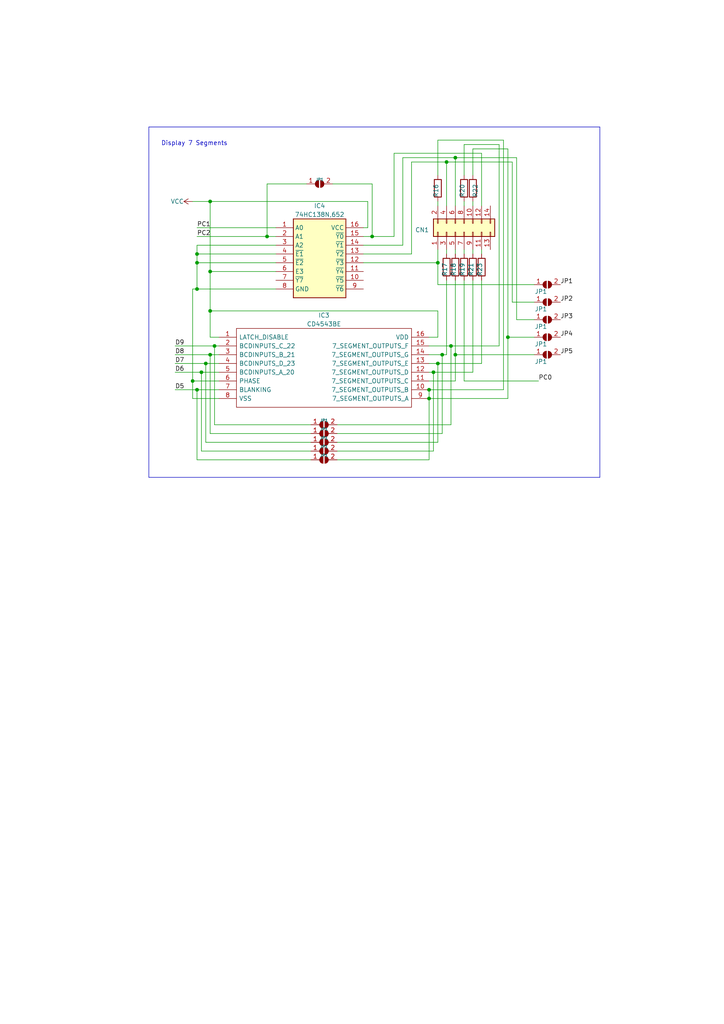
<source format=kicad_sch>
(kicad_sch (version 20230121) (generator eeschema)

  (uuid a06b10c7-9e98-4fb6-be4c-858000237ffa)

  (paper "A4" portrait)

  (lib_symbols
    (symbol "74HC138N_652:74HC138N,652" (in_bom yes) (on_board yes)
      (property "Reference" "IC" (at 21.59 7.62 0)
        (effects (font (size 1.27 1.27)) (justify left top))
      )
      (property "Value" "74HC138N,652" (at 21.59 5.08 0)
        (effects (font (size 1.27 1.27)) (justify left top))
      )
      (property "Footprint" "DIP802W53P254L1902H420Q16N" (at 21.59 -94.92 0)
        (effects (font (size 1.27 1.27)) (justify left top) hide)
      )
      (property "Datasheet" "https://datasheet.datasheetarchive.com/originals/distributors/Datasheets_SAMA/45f0946e5ab6fa7b36bfe6df441cf7d0.pdf" (at 21.59 -194.92 0)
        (effects (font (size 1.27 1.27)) (justify left top) hide)
      )
      (property "Height" "4.2" (at 21.59 -394.92 0)
        (effects (font (size 1.27 1.27)) (justify left top) hide)
      )
      (property "Manufacturer_Name" "Nexperia" (at 21.59 -494.92 0)
        (effects (font (size 1.27 1.27)) (justify left top) hide)
      )
      (property "Manufacturer_Part_Number" "74HC138N,652" (at 21.59 -594.92 0)
        (effects (font (size 1.27 1.27)) (justify left top) hide)
      )
      (property "Mouser Part Number" "771-74HC138N" (at 21.59 -694.92 0)
        (effects (font (size 1.27 1.27)) (justify left top) hide)
      )
      (property "Mouser Price/Stock" "https://www.mouser.co.uk/ProductDetail/Nexperia/74HC138N652?qs=P62ublwmbi8UrlEA7z4mYA%3D%3D" (at 21.59 -794.92 0)
        (effects (font (size 1.27 1.27)) (justify left top) hide)
      )
      (property "Arrow Part Number" "" (at 21.59 -894.92 0)
        (effects (font (size 1.27 1.27)) (justify left top) hide)
      )
      (property "Arrow Price/Stock" "" (at 21.59 -994.92 0)
        (effects (font (size 1.27 1.27)) (justify left top) hide)
      )
      (property "ki_description" "NXP 74HC138N,652, 1 Decoder & Demultiplexer, Decoder, Demultiplexer, 1-of-8, Inverting, 16-Pin PDIP" (at 0 0 0)
        (effects (font (size 1.27 1.27)) hide)
      )
      (symbol "74HC138N,652_1_1"
        (rectangle (start 5.08 2.54) (end 20.32 -20.32)
          (stroke (width 0.254) (type default))
          (fill (type background))
        )
        (pin passive line (at 0 0 0) (length 5.08)
          (name "A0" (effects (font (size 1.27 1.27))))
          (number "1" (effects (font (size 1.27 1.27))))
        )
        (pin passive line (at 25.4 -15.24 180) (length 5.08)
          (name "~{Y5}" (effects (font (size 1.27 1.27))))
          (number "10" (effects (font (size 1.27 1.27))))
        )
        (pin passive line (at 25.4 -12.7 180) (length 5.08)
          (name "~{Y4}" (effects (font (size 1.27 1.27))))
          (number "11" (effects (font (size 1.27 1.27))))
        )
        (pin passive line (at 25.4 -10.16 180) (length 5.08)
          (name "~{Y3}" (effects (font (size 1.27 1.27))))
          (number "12" (effects (font (size 1.27 1.27))))
        )
        (pin passive line (at 25.4 -7.62 180) (length 5.08)
          (name "~{Y2}" (effects (font (size 1.27 1.27))))
          (number "13" (effects (font (size 1.27 1.27))))
        )
        (pin passive line (at 25.4 -5.08 180) (length 5.08)
          (name "~{Y1}" (effects (font (size 1.27 1.27))))
          (number "14" (effects (font (size 1.27 1.27))))
        )
        (pin passive line (at 25.4 -2.54 180) (length 5.08)
          (name "~{Y0}" (effects (font (size 1.27 1.27))))
          (number "15" (effects (font (size 1.27 1.27))))
        )
        (pin passive line (at 25.4 0 180) (length 5.08)
          (name "VCC" (effects (font (size 1.27 1.27))))
          (number "16" (effects (font (size 1.27 1.27))))
        )
        (pin passive line (at 0 -2.54 0) (length 5.08)
          (name "A1" (effects (font (size 1.27 1.27))))
          (number "2" (effects (font (size 1.27 1.27))))
        )
        (pin passive line (at 0 -5.08 0) (length 5.08)
          (name "A2" (effects (font (size 1.27 1.27))))
          (number "3" (effects (font (size 1.27 1.27))))
        )
        (pin passive line (at 0 -7.62 0) (length 5.08)
          (name "~{E1}" (effects (font (size 1.27 1.27))))
          (number "4" (effects (font (size 1.27 1.27))))
        )
        (pin passive line (at 0 -10.16 0) (length 5.08)
          (name "~{E2}" (effects (font (size 1.27 1.27))))
          (number "5" (effects (font (size 1.27 1.27))))
        )
        (pin passive line (at 0 -12.7 0) (length 5.08)
          (name "E3" (effects (font (size 1.27 1.27))))
          (number "6" (effects (font (size 1.27 1.27))))
        )
        (pin passive line (at 0 -15.24 0) (length 5.08)
          (name "~{Y7}" (effects (font (size 1.27 1.27))))
          (number "7" (effects (font (size 1.27 1.27))))
        )
        (pin passive line (at 0 -17.78 0) (length 5.08)
          (name "GND" (effects (font (size 1.27 1.27))))
          (number "8" (effects (font (size 1.27 1.27))))
        )
        (pin passive line (at 25.4 -17.78 180) (length 5.08)
          (name "~{Y6}" (effects (font (size 1.27 1.27))))
          (number "9" (effects (font (size 1.27 1.27))))
        )
      )
    )
    (symbol "CD4543BE:CD4543BE" (pin_names (offset 0.762)) (in_bom yes) (on_board yes)
      (property "Reference" "IC" (at 57.15 7.62 0)
        (effects (font (size 1.27 1.27)) (justify left))
      )
      (property "Value" "CD4543BE" (at 57.15 5.08 0)
        (effects (font (size 1.27 1.27)) (justify left))
      )
      (property "Footprint" "DIP794W53P254L1930H508Q16N" (at 57.15 2.54 0)
        (effects (font (size 1.27 1.27)) (justify left) hide)
      )
      (property "Datasheet" "http://www.ti.com/lit/ds/symlink/cd4543b.pdf" (at 57.15 0 0)
        (effects (font (size 1.27 1.27)) (justify left) hide)
      )
      (property "Description" "CMOS BCD-to-Seven-Segment Latch/Decoder/Driver for Liquid-Crystal Displays" (at 57.15 -2.54 0)
        (effects (font (size 1.27 1.27)) (justify left) hide)
      )
      (property "Height" "5.08" (at 57.15 -5.08 0)
        (effects (font (size 1.27 1.27)) (justify left) hide)
      )
      (property "Manufacturer_Name" "Texas Instruments" (at 57.15 -7.62 0)
        (effects (font (size 1.27 1.27)) (justify left) hide)
      )
      (property "Manufacturer_Part_Number" "CD4543BE" (at 57.15 -10.16 0)
        (effects (font (size 1.27 1.27)) (justify left) hide)
      )
      (property "Mouser Part Number" "595-CD4543BE" (at 57.15 -12.7 0)
        (effects (font (size 1.27 1.27)) (justify left) hide)
      )
      (property "Mouser Price/Stock" "https://www.mouser.co.uk/ProductDetail/Texas-Instruments/CD4543BE?qs=rshUhwi3fbZK9zWwHARtRw%3D%3D" (at 57.15 -15.24 0)
        (effects (font (size 1.27 1.27)) (justify left) hide)
      )
      (property "Arrow Part Number" "CD4543BE" (at 57.15 -17.78 0)
        (effects (font (size 1.27 1.27)) (justify left) hide)
      )
      (property "Arrow Price/Stock" "https://www.arrow.com/en/products/cd4543be/texas-instruments?region=nac" (at 57.15 -20.32 0)
        (effects (font (size 1.27 1.27)) (justify left) hide)
      )
      (property "ki_description" "CMOS BCD-to-Seven-Segment Latch/Decoder/Driver for Liquid-Crystal Displays" (at 0 0 0)
        (effects (font (size 1.27 1.27)) hide)
      )
      (symbol "CD4543BE_0_0"
        (pin passive line (at 0 0 0) (length 5.08)
          (name "LATCH_DISABLE" (effects (font (size 1.27 1.27))))
          (number "1" (effects (font (size 1.27 1.27))))
        )
        (pin output line (at 60.96 -15.24 180) (length 5.08)
          (name "7_SEGMENT_OUTPUTS_B" (effects (font (size 1.27 1.27))))
          (number "10" (effects (font (size 1.27 1.27))))
        )
        (pin output line (at 60.96 -12.7 180) (length 5.08)
          (name "7_SEGMENT_OUTPUTS_C" (effects (font (size 1.27 1.27))))
          (number "11" (effects (font (size 1.27 1.27))))
        )
        (pin output line (at 60.96 -10.16 180) (length 5.08)
          (name "7_SEGMENT_OUTPUTS_D" (effects (font (size 1.27 1.27))))
          (number "12" (effects (font (size 1.27 1.27))))
        )
        (pin output line (at 60.96 -7.62 180) (length 5.08)
          (name "7_SEGMENT_OUTPUTS_E" (effects (font (size 1.27 1.27))))
          (number "13" (effects (font (size 1.27 1.27))))
        )
        (pin output line (at 60.96 -5.08 180) (length 5.08)
          (name "7_SEGMENT_OUTPUTS_G" (effects (font (size 1.27 1.27))))
          (number "14" (effects (font (size 1.27 1.27))))
        )
        (pin output line (at 60.96 -2.54 180) (length 5.08)
          (name "7_SEGMENT_OUTPUTS_F" (effects (font (size 1.27 1.27))))
          (number "15" (effects (font (size 1.27 1.27))))
        )
        (pin power_in line (at 60.96 0 180) (length 5.08)
          (name "VDD" (effects (font (size 1.27 1.27))))
          (number "16" (effects (font (size 1.27 1.27))))
        )
        (pin input line (at 0 -2.54 0) (length 5.08)
          (name "BCDINPUTS_C_22" (effects (font (size 1.27 1.27))))
          (number "2" (effects (font (size 1.27 1.27))))
        )
        (pin input line (at 0 -5.08 0) (length 5.08)
          (name "BCDINPUTS_B_21" (effects (font (size 1.27 1.27))))
          (number "3" (effects (font (size 1.27 1.27))))
        )
        (pin input line (at 0 -7.62 0) (length 5.08)
          (name "BCDINPUTS_D_23" (effects (font (size 1.27 1.27))))
          (number "4" (effects (font (size 1.27 1.27))))
        )
        (pin input line (at 0 -10.16 0) (length 5.08)
          (name "BCDINPUTS_A_20" (effects (font (size 1.27 1.27))))
          (number "5" (effects (font (size 1.27 1.27))))
        )
        (pin passive line (at 0 -12.7 0) (length 5.08)
          (name "PHASE" (effects (font (size 1.27 1.27))))
          (number "6" (effects (font (size 1.27 1.27))))
        )
        (pin input line (at 0 -15.24 0) (length 5.08)
          (name "BLANKING" (effects (font (size 1.27 1.27))))
          (number "7" (effects (font (size 1.27 1.27))))
        )
        (pin power_in line (at 0 -17.78 0) (length 5.08)
          (name "VSS" (effects (font (size 1.27 1.27))))
          (number "8" (effects (font (size 1.27 1.27))))
        )
        (pin output line (at 60.96 -17.78 180) (length 5.08)
          (name "7_SEGMENT_OUTPUTS_A" (effects (font (size 1.27 1.27))))
          (number "9" (effects (font (size 1.27 1.27))))
        )
      )
      (symbol "CD4543BE_0_1"
        (polyline
          (pts
            (xy 5.08 2.54)
            (xy 55.88 2.54)
            (xy 55.88 -20.32)
            (xy 5.08 -20.32)
            (xy 5.08 2.54)
          )
          (stroke (width 0.1524) (type solid))
          (fill (type none))
        )
      )
    )
    (symbol "Connector_Generic:Conn_02x07_Odd_Even" (pin_names (offset 1.016) hide) (in_bom yes) (on_board yes)
      (property "Reference" "J" (at 1.27 10.16 0)
        (effects (font (size 1.27 1.27)))
      )
      (property "Value" "Conn_02x07_Odd_Even" (at 1.27 -10.16 0)
        (effects (font (size 1.27 1.27)))
      )
      (property "Footprint" "" (at 0 0 0)
        (effects (font (size 1.27 1.27)) hide)
      )
      (property "Datasheet" "~" (at 0 0 0)
        (effects (font (size 1.27 1.27)) hide)
      )
      (property "ki_keywords" "connector" (at 0 0 0)
        (effects (font (size 1.27 1.27)) hide)
      )
      (property "ki_description" "Generic connector, double row, 02x07, odd/even pin numbering scheme (row 1 odd numbers, row 2 even numbers), script generated (kicad-library-utils/schlib/autogen/connector/)" (at 0 0 0)
        (effects (font (size 1.27 1.27)) hide)
      )
      (property "ki_fp_filters" "Connector*:*_2x??_*" (at 0 0 0)
        (effects (font (size 1.27 1.27)) hide)
      )
      (symbol "Conn_02x07_Odd_Even_1_1"
        (rectangle (start -1.27 -7.493) (end 0 -7.747)
          (stroke (width 0.1524) (type default))
          (fill (type none))
        )
        (rectangle (start -1.27 -4.953) (end 0 -5.207)
          (stroke (width 0.1524) (type default))
          (fill (type none))
        )
        (rectangle (start -1.27 -2.413) (end 0 -2.667)
          (stroke (width 0.1524) (type default))
          (fill (type none))
        )
        (rectangle (start -1.27 0.127) (end 0 -0.127)
          (stroke (width 0.1524) (type default))
          (fill (type none))
        )
        (rectangle (start -1.27 2.667) (end 0 2.413)
          (stroke (width 0.1524) (type default))
          (fill (type none))
        )
        (rectangle (start -1.27 5.207) (end 0 4.953)
          (stroke (width 0.1524) (type default))
          (fill (type none))
        )
        (rectangle (start -1.27 7.747) (end 0 7.493)
          (stroke (width 0.1524) (type default))
          (fill (type none))
        )
        (rectangle (start -1.27 8.89) (end 3.81 -8.89)
          (stroke (width 0.254) (type default))
          (fill (type background))
        )
        (rectangle (start 3.81 -7.493) (end 2.54 -7.747)
          (stroke (width 0.1524) (type default))
          (fill (type none))
        )
        (rectangle (start 3.81 -4.953) (end 2.54 -5.207)
          (stroke (width 0.1524) (type default))
          (fill (type none))
        )
        (rectangle (start 3.81 -2.413) (end 2.54 -2.667)
          (stroke (width 0.1524) (type default))
          (fill (type none))
        )
        (rectangle (start 3.81 0.127) (end 2.54 -0.127)
          (stroke (width 0.1524) (type default))
          (fill (type none))
        )
        (rectangle (start 3.81 2.667) (end 2.54 2.413)
          (stroke (width 0.1524) (type default))
          (fill (type none))
        )
        (rectangle (start 3.81 5.207) (end 2.54 4.953)
          (stroke (width 0.1524) (type default))
          (fill (type none))
        )
        (rectangle (start 3.81 7.747) (end 2.54 7.493)
          (stroke (width 0.1524) (type default))
          (fill (type none))
        )
        (pin passive line (at -5.08 7.62 0) (length 3.81)
          (name "Pin_1" (effects (font (size 1.27 1.27))))
          (number "1" (effects (font (size 1.27 1.27))))
        )
        (pin passive line (at 7.62 -2.54 180) (length 3.81)
          (name "Pin_10" (effects (font (size 1.27 1.27))))
          (number "10" (effects (font (size 1.27 1.27))))
        )
        (pin passive line (at -5.08 -5.08 0) (length 3.81)
          (name "Pin_11" (effects (font (size 1.27 1.27))))
          (number "11" (effects (font (size 1.27 1.27))))
        )
        (pin passive line (at 7.62 -5.08 180) (length 3.81)
          (name "Pin_12" (effects (font (size 1.27 1.27))))
          (number "12" (effects (font (size 1.27 1.27))))
        )
        (pin passive line (at -5.08 -7.62 0) (length 3.81)
          (name "Pin_13" (effects (font (size 1.27 1.27))))
          (number "13" (effects (font (size 1.27 1.27))))
        )
        (pin passive line (at 7.62 -7.62 180) (length 3.81)
          (name "Pin_14" (effects (font (size 1.27 1.27))))
          (number "14" (effects (font (size 1.27 1.27))))
        )
        (pin passive line (at 7.62 7.62 180) (length 3.81)
          (name "Pin_2" (effects (font (size 1.27 1.27))))
          (number "2" (effects (font (size 1.27 1.27))))
        )
        (pin passive line (at -5.08 5.08 0) (length 3.81)
          (name "Pin_3" (effects (font (size 1.27 1.27))))
          (number "3" (effects (font (size 1.27 1.27))))
        )
        (pin passive line (at 7.62 5.08 180) (length 3.81)
          (name "Pin_4" (effects (font (size 1.27 1.27))))
          (number "4" (effects (font (size 1.27 1.27))))
        )
        (pin passive line (at -5.08 2.54 0) (length 3.81)
          (name "Pin_5" (effects (font (size 1.27 1.27))))
          (number "5" (effects (font (size 1.27 1.27))))
        )
        (pin passive line (at 7.62 2.54 180) (length 3.81)
          (name "Pin_6" (effects (font (size 1.27 1.27))))
          (number "6" (effects (font (size 1.27 1.27))))
        )
        (pin passive line (at -5.08 0 0) (length 3.81)
          (name "Pin_7" (effects (font (size 1.27 1.27))))
          (number "7" (effects (font (size 1.27 1.27))))
        )
        (pin passive line (at 7.62 0 180) (length 3.81)
          (name "Pin_8" (effects (font (size 1.27 1.27))))
          (number "8" (effects (font (size 1.27 1.27))))
        )
        (pin passive line (at -5.08 -2.54 0) (length 3.81)
          (name "Pin_9" (effects (font (size 1.27 1.27))))
          (number "9" (effects (font (size 1.27 1.27))))
        )
      )
    )
    (symbol "Device:R" (pin_numbers hide) (pin_names (offset 0)) (in_bom yes) (on_board yes)
      (property "Reference" "R" (at 2.032 0 90)
        (effects (font (size 1.27 1.27)))
      )
      (property "Value" "R" (at 0 0 90)
        (effects (font (size 1.27 1.27)))
      )
      (property "Footprint" "" (at -1.778 0 90)
        (effects (font (size 1.27 1.27)) hide)
      )
      (property "Datasheet" "~" (at 0 0 0)
        (effects (font (size 1.27 1.27)) hide)
      )
      (property "ki_keywords" "R res resistor" (at 0 0 0)
        (effects (font (size 1.27 1.27)) hide)
      )
      (property "ki_description" "Resistor" (at 0 0 0)
        (effects (font (size 1.27 1.27)) hide)
      )
      (property "ki_fp_filters" "R_*" (at 0 0 0)
        (effects (font (size 1.27 1.27)) hide)
      )
      (symbol "R_0_1"
        (rectangle (start -1.016 -2.54) (end 1.016 2.54)
          (stroke (width 0.254) (type default))
          (fill (type none))
        )
      )
      (symbol "R_1_1"
        (pin passive line (at 0 3.81 270) (length 1.27)
          (name "~" (effects (font (size 1.27 1.27))))
          (number "1" (effects (font (size 1.27 1.27))))
        )
        (pin passive line (at 0 -3.81 90) (length 1.27)
          (name "~" (effects (font (size 1.27 1.27))))
          (number "2" (effects (font (size 1.27 1.27))))
        )
      )
    )
    (symbol "Jumper:SolderJumper_2_Open" (pin_names (offset 0) hide) (in_bom yes) (on_board yes)
      (property "Reference" "JP" (at 0 2.032 0)
        (effects (font (size 1.27 1.27)))
      )
      (property "Value" "SolderJumper_2_Open" (at 0 -2.54 0)
        (effects (font (size 1.27 1.27)))
      )
      (property "Footprint" "" (at 0 0 0)
        (effects (font (size 1.27 1.27)) hide)
      )
      (property "Datasheet" "~" (at 0 0 0)
        (effects (font (size 1.27 1.27)) hide)
      )
      (property "ki_keywords" "solder jumper SPST" (at 0 0 0)
        (effects (font (size 1.27 1.27)) hide)
      )
      (property "ki_description" "Solder Jumper, 2-pole, open" (at 0 0 0)
        (effects (font (size 1.27 1.27)) hide)
      )
      (property "ki_fp_filters" "SolderJumper*Open*" (at 0 0 0)
        (effects (font (size 1.27 1.27)) hide)
      )
      (symbol "SolderJumper_2_Open_0_1"
        (arc (start -0.254 1.016) (mid -1.2656 0) (end -0.254 -1.016)
          (stroke (width 0) (type default))
          (fill (type none))
        )
        (arc (start -0.254 1.016) (mid -1.2656 0) (end -0.254 -1.016)
          (stroke (width 0) (type default))
          (fill (type outline))
        )
        (polyline
          (pts
            (xy -0.254 1.016)
            (xy -0.254 -1.016)
          )
          (stroke (width 0) (type default))
          (fill (type none))
        )
        (polyline
          (pts
            (xy 0.254 1.016)
            (xy 0.254 -1.016)
          )
          (stroke (width 0) (type default))
          (fill (type none))
        )
        (arc (start 0.254 -1.016) (mid 1.2656 0) (end 0.254 1.016)
          (stroke (width 0) (type default))
          (fill (type none))
        )
        (arc (start 0.254 -1.016) (mid 1.2656 0) (end 0.254 1.016)
          (stroke (width 0) (type default))
          (fill (type outline))
        )
      )
      (symbol "SolderJumper_2_Open_1_1"
        (pin passive line (at -3.81 0 0) (length 2.54)
          (name "A" (effects (font (size 1.27 1.27))))
          (number "1" (effects (font (size 1.27 1.27))))
        )
        (pin passive line (at 3.81 0 180) (length 2.54)
          (name "B" (effects (font (size 1.27 1.27))))
          (number "2" (effects (font (size 1.27 1.27))))
        )
      )
    )
    (symbol "power:VCC" (power) (pin_names (offset 0)) (in_bom yes) (on_board yes)
      (property "Reference" "#PWR" (at 0 -3.81 0)
        (effects (font (size 1.27 1.27)) hide)
      )
      (property "Value" "VCC" (at 0 3.81 0)
        (effects (font (size 1.27 1.27)))
      )
      (property "Footprint" "" (at 0 0 0)
        (effects (font (size 1.27 1.27)) hide)
      )
      (property "Datasheet" "" (at 0 0 0)
        (effects (font (size 1.27 1.27)) hide)
      )
      (property "ki_keywords" "power-flag" (at 0 0 0)
        (effects (font (size 1.27 1.27)) hide)
      )
      (property "ki_description" "Power symbol creates a global label with name \"VCC\"" (at 0 0 0)
        (effects (font (size 1.27 1.27)) hide)
      )
      (symbol "VCC_0_1"
        (polyline
          (pts
            (xy -0.762 1.27)
            (xy 0 2.54)
          )
          (stroke (width 0) (type default))
          (fill (type none))
        )
        (polyline
          (pts
            (xy 0 0)
            (xy 0 2.54)
          )
          (stroke (width 0) (type default))
          (fill (type none))
        )
        (polyline
          (pts
            (xy 0 2.54)
            (xy 0.762 1.27)
          )
          (stroke (width 0) (type default))
          (fill (type none))
        )
      )
      (symbol "VCC_1_1"
        (pin power_in line (at 0 0 90) (length 0) hide
          (name "VCC" (effects (font (size 1.27 1.27))))
          (number "1" (effects (font (size 1.27 1.27))))
        )
      )
    )
  )

  (junction (at 60.96 102.87) (diameter 0) (color 0 0 0 0)
    (uuid 1295611a-3d9a-4152-897c-28b26b169293)
  )
  (junction (at 57.15 83.82) (diameter 0) (color 0 0 0 0)
    (uuid 1d12fd2d-ac02-4887-811f-142b15faa517)
  )
  (junction (at 60.96 90.17) (diameter 0) (color 0 0 0 0)
    (uuid 1e8718c7-5b3f-4444-905d-d47615ca2b61)
  )
  (junction (at 62.23 100.33) (diameter 0) (color 0 0 0 0)
    (uuid 2b06c881-159c-427a-923b-3c16394443a0)
  )
  (junction (at 58.42 107.95) (diameter 0) (color 0 0 0 0)
    (uuid 312db52b-c1b8-443b-bd98-d5fbe4fb2336)
  )
  (junction (at 127 76.2) (diameter 0) (color 0 0 0 0)
    (uuid 32b7135a-58bc-406c-bec1-142a2c67a33a)
  )
  (junction (at 132.08 45.72) (diameter 0) (color 0 0 0 0)
    (uuid 35ac9f5c-010f-4dfa-938c-f0f11ef52b5a)
  )
  (junction (at 60.96 58.42) (diameter 0) (color 0 0 0 0)
    (uuid 3ae89f7b-6d3c-47ef-8b60-7641d6458544)
  )
  (junction (at 132.08 102.87) (diameter 0) (color 0 0 0 0)
    (uuid 425c0c04-ebe3-46d3-acab-87e5f7407920)
  )
  (junction (at 59.69 105.41) (diameter 0) (color 0 0 0 0)
    (uuid 758454a6-e3ce-4562-981b-b1e4cd0a1f9b)
  )
  (junction (at 124.46 115.57) (diameter 0) (color 0 0 0 0)
    (uuid 76e06f03-41b0-44d7-a2ea-9cf86804a90b)
  )
  (junction (at 57.15 113.03) (diameter 0) (color 0 0 0 0)
    (uuid 7d1a3f74-275a-4243-a6a4-f04d7e5f2d9f)
  )
  (junction (at 77.47 68.58) (diameter 0) (color 0 0 0 0)
    (uuid 8ae6923d-0ce9-4d2c-b416-21f785f5a201)
  )
  (junction (at 125.73 107.95) (diameter 0) (color 0 0 0 0)
    (uuid 9fa4cbb6-205d-488f-9b63-4f159b702379)
  )
  (junction (at 130.81 100.33) (diameter 0) (color 0 0 0 0)
    (uuid a37d3c6e-a76d-4d1b-a308-c50f9b711f0b)
  )
  (junction (at 57.15 76.2) (diameter 0) (color 0 0 0 0)
    (uuid a497d0df-e29a-4ccf-a4d8-d89755543a8f)
  )
  (junction (at 128.27 102.87) (diameter 0) (color 0 0 0 0)
    (uuid b4f2c18d-9347-4729-9986-8bd3867d5537)
  )
  (junction (at 55.88 110.49) (diameter 0) (color 0 0 0 0)
    (uuid bc923c41-2656-42f8-a645-9edd69ad5fde)
  )
  (junction (at 57.15 73.66) (diameter 0) (color 0 0 0 0)
    (uuid c0b40439-7cd7-461c-8161-9e5f4119e81c)
  )
  (junction (at 129.54 46.99) (diameter 0) (color 0 0 0 0)
    (uuid d250f7ed-c9ee-4a6c-b270-61842c2df97f)
  )
  (junction (at 107.95 68.58) (diameter 0) (color 0 0 0 0)
    (uuid d8d38760-8aa4-42bc-83c2-2a5f91bae48f)
  )
  (junction (at 147.32 97.79) (diameter 0) (color 0 0 0 0)
    (uuid db1d811c-abd8-412a-ac4a-c10bdd3ae2a3)
  )
  (junction (at 124.46 113.03) (diameter 0) (color 0 0 0 0)
    (uuid dc54430a-b703-44ae-b5ac-0b4588dd2871)
  )
  (junction (at 127 105.41) (diameter 0) (color 0 0 0 0)
    (uuid dfa24cc1-4404-446c-945a-ca21b286b448)
  )
  (junction (at 60.96 78.74) (diameter 0) (color 0 0 0 0)
    (uuid fd5cb974-4a9d-4d2c-acf1-8b41386a14f3)
  )

  (wire (pts (xy 62.23 123.19) (xy 90.17 123.19))
    (stroke (width 0) (type default))
    (uuid 029d536b-5a8f-49a2-88ab-10581ecb5bfe)
  )
  (wire (pts (xy 127 72.39) (xy 127 76.2))
    (stroke (width 0) (type default))
    (uuid 03fe4c69-8f59-404c-97a2-5f45a4438492)
  )
  (wire (pts (xy 114.3 44.45) (xy 114.3 68.58))
    (stroke (width 0) (type default))
    (uuid 05bbff5e-b9ca-43e0-b7a7-6a5fe3f183cf)
  )
  (wire (pts (xy 60.96 125.73) (xy 60.96 102.87))
    (stroke (width 0) (type default))
    (uuid 0633e754-e960-4db3-990f-1f9207fa8f85)
  )
  (wire (pts (xy 50.8 107.95) (xy 58.42 107.95))
    (stroke (width 0) (type default))
    (uuid 068cedb6-547e-4ca0-aea2-4f1b1a5509bd)
  )
  (wire (pts (xy 107.95 68.58) (xy 105.41 68.58))
    (stroke (width 0) (type default))
    (uuid 06992b02-bc13-4809-8a8c-e256639d51e4)
  )
  (wire (pts (xy 127 76.2) (xy 127 82.55))
    (stroke (width 0) (type default))
    (uuid 0a8091c2-d41e-49f1-9dcb-1ea5c53aeea1)
  )
  (wire (pts (xy 77.47 68.58) (xy 80.01 68.58))
    (stroke (width 0) (type default))
    (uuid 13c1cb63-2ce1-4298-be32-f40a168f32a4)
  )
  (wire (pts (xy 132.08 73.66) (xy 132.08 72.39))
    (stroke (width 0) (type default))
    (uuid 15e59caf-ec76-4404-97e8-af4bdefb5e5b)
  )
  (wire (pts (xy 119.38 73.66) (xy 105.41 73.66))
    (stroke (width 0) (type default))
    (uuid 1632c872-2253-4e8c-ac1e-c0cf20207011)
  )
  (polyline (pts (xy 173.99 36.83) (xy 43.18 36.83))
    (stroke (width 0) (type default))
    (uuid 179a030b-c193-4713-83e1-b227dbc08988)
  )

  (wire (pts (xy 59.69 128.27) (xy 59.69 105.41))
    (stroke (width 0) (type default))
    (uuid 1b871381-27c5-4853-b8ae-57dcb05694d4)
  )
  (wire (pts (xy 60.96 58.42) (xy 106.68 58.42))
    (stroke (width 0) (type default))
    (uuid 1e195a48-4ad5-4852-9f83-47683f3aa2b9)
  )
  (wire (pts (xy 130.81 123.19) (xy 130.81 100.33))
    (stroke (width 0) (type default))
    (uuid 205d67ca-b840-4e39-b233-ce09a10e8c7e)
  )
  (wire (pts (xy 139.7 73.66) (xy 139.7 72.39))
    (stroke (width 0) (type default))
    (uuid 2165463f-d6a7-45b6-a2be-0579167fcb9a)
  )
  (wire (pts (xy 62.23 100.33) (xy 63.5 100.33))
    (stroke (width 0) (type default))
    (uuid 226fc3f3-543c-45d2-aa24-575b8a86e4f8)
  )
  (polyline (pts (xy 173.99 138.43) (xy 173.99 36.83))
    (stroke (width 0) (type default))
    (uuid 23a20100-57ac-4563-9d9e-6db9e5a4139b)
  )

  (wire (pts (xy 134.62 59.69) (xy 134.62 58.42))
    (stroke (width 0) (type default))
    (uuid 247053af-c6b6-4b05-a87d-ae1ae1f606ee)
  )
  (wire (pts (xy 125.73 107.95) (xy 124.46 107.95))
    (stroke (width 0) (type default))
    (uuid 264a8b7d-799d-49dd-a45f-c64eecab1dfe)
  )
  (wire (pts (xy 57.15 133.35) (xy 57.15 113.03))
    (stroke (width 0) (type default))
    (uuid 277dcc79-abaf-4df4-a1d1-937bb6aa207e)
  )
  (wire (pts (xy 80.01 76.2) (xy 57.15 76.2))
    (stroke (width 0) (type default))
    (uuid 2c63632f-d7a2-4d24-9f34-5dd65ea868f2)
  )
  (wire (pts (xy 129.54 73.66) (xy 129.54 72.39))
    (stroke (width 0) (type default))
    (uuid 2ce68c30-bfdc-408b-929d-9e4769f4b744)
  )
  (wire (pts (xy 55.88 115.57) (xy 55.88 110.49))
    (stroke (width 0) (type default))
    (uuid 3012f5ec-cf06-4ea1-84a0-c1f9cd57c81f)
  )
  (wire (pts (xy 63.5 97.79) (xy 60.96 97.79))
    (stroke (width 0) (type default))
    (uuid 3119bf11-2584-4c21-8074-fd6cfecb76d7)
  )
  (wire (pts (xy 55.88 110.49) (xy 63.5 110.49))
    (stroke (width 0) (type default))
    (uuid 31b8021f-95d2-47e5-bb60-e78dd274ea9d)
  )
  (polyline (pts (xy 43.18 138.43) (xy 43.18 36.83))
    (stroke (width 0) (type default))
    (uuid 3277830a-f299-4511-a6a6-2a82e6b54f6d)
  )

  (wire (pts (xy 60.96 102.87) (xy 63.5 102.87))
    (stroke (width 0) (type default))
    (uuid 33b15701-fe03-44c5-9987-bb989708ec9e)
  )
  (wire (pts (xy 62.23 123.19) (xy 62.23 100.33))
    (stroke (width 0) (type default))
    (uuid 33e0aa74-4bb7-4425-b308-b66d720993e6)
  )
  (wire (pts (xy 147.32 97.79) (xy 154.94 97.79))
    (stroke (width 0) (type default))
    (uuid 3400e22b-918e-4037-aaef-d89ca778afa2)
  )
  (wire (pts (xy 119.38 46.99) (xy 119.38 73.66))
    (stroke (width 0) (type default))
    (uuid 34049595-4430-404e-928d-f388cc940fbf)
  )
  (wire (pts (xy 127 40.64) (xy 146.05 40.64))
    (stroke (width 0) (type default))
    (uuid 349c1118-7ae5-4358-a1be-b3f719c0bd06)
  )
  (wire (pts (xy 148.59 46.99) (xy 129.54 46.99))
    (stroke (width 0) (type default))
    (uuid 34efd66a-3c05-4bb2-af3e-50a7c40f0e23)
  )
  (wire (pts (xy 107.95 53.34) (xy 107.95 68.58))
    (stroke (width 0) (type default))
    (uuid 369b5120-afda-4299-b886-0f48e71200bd)
  )
  (wire (pts (xy 127 128.27) (xy 127 105.41))
    (stroke (width 0) (type default))
    (uuid 375c0ba0-e737-4db1-b046-274bc3275b53)
  )
  (wire (pts (xy 124.46 113.03) (xy 146.05 113.03))
    (stroke (width 0) (type default))
    (uuid 385c8c30-9c70-4f31-8f16-505850b97655)
  )
  (wire (pts (xy 58.42 107.95) (xy 63.5 107.95))
    (stroke (width 0) (type default))
    (uuid 3a7de223-3565-4dd7-bf03-6e4c808fd15f)
  )
  (wire (pts (xy 97.79 130.81) (xy 125.73 130.81))
    (stroke (width 0) (type default))
    (uuid 3f254f72-087e-43d3-819f-6041664bdd4c)
  )
  (wire (pts (xy 58.42 130.81) (xy 58.42 107.95))
    (stroke (width 0) (type default))
    (uuid 4103f103-0580-4192-9937-dd66e36888ce)
  )
  (wire (pts (xy 132.08 81.28) (xy 132.08 102.87))
    (stroke (width 0) (type default))
    (uuid 42c67164-91fb-4709-bf33-7d437833a511)
  )
  (wire (pts (xy 137.16 59.69) (xy 137.16 58.42))
    (stroke (width 0) (type default))
    (uuid 4c6465be-d2d8-46ed-82b3-2fe667a59459)
  )
  (wire (pts (xy 147.32 97.79) (xy 147.32 115.57))
    (stroke (width 0) (type default))
    (uuid 4cd168ca-7cbe-47ea-abfe-21ea82319dfa)
  )
  (wire (pts (xy 128.27 102.87) (xy 124.46 102.87))
    (stroke (width 0) (type default))
    (uuid 4d09c6d5-81fd-455c-830f-52275591cc55)
  )
  (wire (pts (xy 127 97.79) (xy 124.46 97.79))
    (stroke (width 0) (type default))
    (uuid 51be8688-5d21-4cf6-b87a-671aec75b8f4)
  )
  (wire (pts (xy 55.88 110.49) (xy 55.88 83.82))
    (stroke (width 0) (type default))
    (uuid 526133c9-9de9-4c79-86e4-941395adc5a0)
  )
  (wire (pts (xy 137.16 73.66) (xy 137.16 72.39))
    (stroke (width 0) (type default))
    (uuid 54d788d1-5213-42c8-8466-4119a78ab51e)
  )
  (wire (pts (xy 97.79 128.27) (xy 127 128.27))
    (stroke (width 0) (type default))
    (uuid 5d630ac7-ff02-48c8-95b4-40dfc2e6bb7c)
  )
  (wire (pts (xy 124.46 110.49) (xy 132.08 110.49))
    (stroke (width 0) (type default))
    (uuid 5ef29970-8c8e-4a9e-8131-83b112144eb2)
  )
  (wire (pts (xy 125.73 107.95) (xy 137.16 107.95))
    (stroke (width 0) (type default))
    (uuid 5f438bc5-ac64-4642-b725-bf04e33e7cc5)
  )
  (wire (pts (xy 50.8 100.33) (xy 62.23 100.33))
    (stroke (width 0) (type default))
    (uuid 6025f413-4b92-4868-bffa-c6b654e94e51)
  )
  (wire (pts (xy 129.54 81.28) (xy 129.54 102.87))
    (stroke (width 0) (type default))
    (uuid 62f398f8-564a-4a44-ae2f-c45ca3a4796c)
  )
  (wire (pts (xy 60.96 58.42) (xy 60.96 78.74))
    (stroke (width 0) (type default))
    (uuid 66f20fc7-2be3-46f8-963a-81ed186b83d6)
  )
  (wire (pts (xy 124.46 105.41) (xy 127 105.41))
    (stroke (width 0) (type default))
    (uuid 6905ded1-334f-4f7f-8dae-71b920238960)
  )
  (wire (pts (xy 127 50.8) (xy 127 40.64))
    (stroke (width 0) (type default))
    (uuid 69932b1d-8a04-42f5-bbe9-07ea03bbe673)
  )
  (wire (pts (xy 106.68 58.42) (xy 106.68 66.04))
    (stroke (width 0) (type default))
    (uuid 6ee7efd1-e286-4b3c-a573-1893f32740fc)
  )
  (wire (pts (xy 154.94 82.55) (xy 127 82.55))
    (stroke (width 0) (type default))
    (uuid 71bc4ff8-ca21-49fa-83da-721a7b80561f)
  )
  (wire (pts (xy 127 58.42) (xy 127 59.69))
    (stroke (width 0) (type default))
    (uuid 72973697-70a4-4d6b-ac3a-0a1ca1730d11)
  )
  (wire (pts (xy 60.96 97.79) (xy 60.96 90.17))
    (stroke (width 0) (type default))
    (uuid 7402db00-0dfa-429c-a3c5-5adf6ab4f4ce)
  )
  (wire (pts (xy 125.73 130.81) (xy 125.73 107.95))
    (stroke (width 0) (type default))
    (uuid 74f943eb-bfd5-4073-b146-07ed72ac55a4)
  )
  (polyline (pts (xy 43.18 138.43) (xy 173.99 138.43))
    (stroke (width 0) (type default))
    (uuid 76fea7b1-af67-4e20-92b2-d9ecf49f1bf1)
  )

  (wire (pts (xy 134.62 41.91) (xy 144.78 41.91))
    (stroke (width 0) (type default))
    (uuid 77b103c7-2047-4d06-b9ef-724f2e2a25a7)
  )
  (wire (pts (xy 80.01 71.12) (xy 57.15 71.12))
    (stroke (width 0) (type default))
    (uuid 7a37c5d8-71ef-46b0-86de-9d6d7adb7128)
  )
  (wire (pts (xy 105.41 76.2) (xy 127 76.2))
    (stroke (width 0) (type default))
    (uuid 7a9a72fd-b30c-4422-bb37-2731e5441760)
  )
  (wire (pts (xy 134.62 81.28) (xy 134.62 110.49))
    (stroke (width 0) (type default))
    (uuid 7bb344ab-52d9-4478-9210-69c0324d076d)
  )
  (wire (pts (xy 137.16 43.18) (xy 147.32 43.18))
    (stroke (width 0) (type default))
    (uuid 7bb48a74-cd6e-46d5-a269-8bfe1353c2b9)
  )
  (wire (pts (xy 127 90.17) (xy 60.96 90.17))
    (stroke (width 0) (type default))
    (uuid 7cfac9de-1dd6-40bd-a0e3-0f0e359e403f)
  )
  (wire (pts (xy 50.8 102.87) (xy 60.96 102.87))
    (stroke (width 0) (type default))
    (uuid 7ee94289-8dfd-4e6f-a099-a14c46581973)
  )
  (wire (pts (xy 127 90.17) (xy 127 97.79))
    (stroke (width 0) (type default))
    (uuid 807040f7-026c-46c4-a80f-ef3a0d1db3da)
  )
  (wire (pts (xy 77.47 53.34) (xy 88.9 53.34))
    (stroke (width 0) (type default))
    (uuid 813479dd-d214-4105-af36-98017a961f1d)
  )
  (wire (pts (xy 96.52 53.34) (xy 107.95 53.34))
    (stroke (width 0) (type default))
    (uuid 81836400-43e0-4034-9463-e515b894f38b)
  )
  (wire (pts (xy 60.96 125.73) (xy 90.17 125.73))
    (stroke (width 0) (type default))
    (uuid 836d39c7-f149-4c44-a258-c28ce534fe4b)
  )
  (wire (pts (xy 139.7 44.45) (xy 114.3 44.45))
    (stroke (width 0) (type default))
    (uuid 839596cf-dbe7-46de-b374-23c05aa0c329)
  )
  (wire (pts (xy 116.84 45.72) (xy 116.84 71.12))
    (stroke (width 0) (type default))
    (uuid 83965000-e51e-416b-a07a-506e416208e7)
  )
  (wire (pts (xy 134.62 110.49) (xy 156.21 110.49))
    (stroke (width 0) (type default))
    (uuid 8523cb35-bb0e-43b6-b37e-49fb38384e9b)
  )
  (wire (pts (xy 55.88 83.82) (xy 57.15 83.82))
    (stroke (width 0) (type default))
    (uuid 87126bf5-840c-4ac7-83c7-b2e05c0973dc)
  )
  (wire (pts (xy 132.08 102.87) (xy 132.08 110.49))
    (stroke (width 0) (type default))
    (uuid 87793aae-8303-4234-9d3d-e4a0a44622b0)
  )
  (wire (pts (xy 134.62 73.66) (xy 134.62 72.39))
    (stroke (width 0) (type default))
    (uuid 8a5760b0-2d84-46a4-9757-b86fb309eefd)
  )
  (wire (pts (xy 129.54 102.87) (xy 128.27 102.87))
    (stroke (width 0) (type default))
    (uuid 8b45fdd5-e3f6-4113-95ff-7c9e27eb4868)
  )
  (wire (pts (xy 55.88 58.42) (xy 60.96 58.42))
    (stroke (width 0) (type default))
    (uuid 8b69fd7d-559c-441c-ab56-6635f15e2f6f)
  )
  (wire (pts (xy 139.7 44.45) (xy 139.7 59.69))
    (stroke (width 0) (type default))
    (uuid 8dd791d4-871d-457d-a301-1d304beb627f)
  )
  (wire (pts (xy 57.15 133.35) (xy 90.17 133.35))
    (stroke (width 0) (type default))
    (uuid 8e791de3-a07a-493d-9db3-a4c183f75b3b)
  )
  (wire (pts (xy 106.68 66.04) (xy 105.41 66.04))
    (stroke (width 0) (type default))
    (uuid 8eadd004-f9ce-4c8e-b727-0fab12a77048)
  )
  (wire (pts (xy 132.08 45.72) (xy 116.84 45.72))
    (stroke (width 0) (type default))
    (uuid 9014fb0e-6c45-4592-8062-2207e2903115)
  )
  (wire (pts (xy 60.96 78.74) (xy 80.01 78.74))
    (stroke (width 0) (type default))
    (uuid 916a16fe-5bc5-4f8f-a747-33668757f6a6)
  )
  (wire (pts (xy 57.15 68.58) (xy 77.47 68.58))
    (stroke (width 0) (type default))
    (uuid 92615b1f-3e32-4eb1-8200-4ad60caace29)
  )
  (wire (pts (xy 60.96 90.17) (xy 60.96 78.74))
    (stroke (width 0) (type default))
    (uuid 944d36e9-9de0-4efc-9632-41a30c7b8b63)
  )
  (wire (pts (xy 57.15 83.82) (xy 57.15 76.2))
    (stroke (width 0) (type default))
    (uuid 945273de-ab15-43a1-973e-7468aaa37a15)
  )
  (wire (pts (xy 144.78 41.91) (xy 144.78 100.33))
    (stroke (width 0) (type default))
    (uuid 9ac13a70-675e-46d2-a0ef-68fd825d54c3)
  )
  (wire (pts (xy 137.16 81.28) (xy 137.16 107.95))
    (stroke (width 0) (type default))
    (uuid a3a401ab-84ab-4e15-8dc3-ae34745e6fdf)
  )
  (wire (pts (xy 147.32 115.57) (xy 124.46 115.57))
    (stroke (width 0) (type default))
    (uuid a504e94e-686e-46c0-a631-aa7c50b79f0d)
  )
  (wire (pts (xy 57.15 83.82) (xy 80.01 83.82))
    (stroke (width 0) (type default))
    (uuid a50c433a-f315-495e-91b6-52535673ef39)
  )
  (wire (pts (xy 134.62 50.8) (xy 134.62 41.91))
    (stroke (width 0) (type default))
    (uuid a5577134-e99e-4dcb-a36c-4bcaee0fd6d2)
  )
  (wire (pts (xy 57.15 73.66) (xy 80.01 73.66))
    (stroke (width 0) (type default))
    (uuid a6921c4d-9550-45f9-9fee-c75c092c1c10)
  )
  (wire (pts (xy 50.8 113.03) (xy 57.15 113.03))
    (stroke (width 0) (type default))
    (uuid a87d9f02-adea-4043-b32d-4204d7c0b81e)
  )
  (wire (pts (xy 149.86 45.72) (xy 132.08 45.72))
    (stroke (width 0) (type default))
    (uuid ab350e37-f902-4af4-a76e-9add5d0bb6ad)
  )
  (wire (pts (xy 139.7 81.28) (xy 139.7 105.41))
    (stroke (width 0) (type default))
    (uuid b1cdab5a-3bc3-4492-a04a-8812b1c4c61b)
  )
  (wire (pts (xy 57.15 66.04) (xy 80.01 66.04))
    (stroke (width 0) (type default))
    (uuid b56fd9ab-f78b-4931-8a87-b5cd2911027d)
  )
  (wire (pts (xy 57.15 113.03) (xy 63.5 113.03))
    (stroke (width 0) (type default))
    (uuid b5da916c-80ff-4e6c-91da-a9be6364f678)
  )
  (wire (pts (xy 124.46 133.35) (xy 124.46 115.57))
    (stroke (width 0) (type default))
    (uuid b6352e7b-677a-429a-a0ca-84dd43747f23)
  )
  (wire (pts (xy 59.69 105.41) (xy 63.5 105.41))
    (stroke (width 0) (type default))
    (uuid b8b610bf-6ee9-444b-b3b1-5bce3c120214)
  )
  (wire (pts (xy 50.8 105.41) (xy 59.69 105.41))
    (stroke (width 0) (type default))
    (uuid bbb3d056-509c-46a3-9267-3d8cfa7f5106)
  )
  (wire (pts (xy 63.5 115.57) (xy 55.88 115.57))
    (stroke (width 0) (type default))
    (uuid bccc2726-c72a-4ba6-930c-776a543ed8ee)
  )
  (wire (pts (xy 114.3 68.58) (xy 107.95 68.58))
    (stroke (width 0) (type default))
    (uuid bde3b689-e5d0-4650-8edd-61f61c4ba3d1)
  )
  (wire (pts (xy 77.47 53.34) (xy 77.47 68.58))
    (stroke (width 0) (type default))
    (uuid c2acf9cd-7ab0-48a6-a016-f9d9aee9a533)
  )
  (wire (pts (xy 57.15 71.12) (xy 57.15 73.66))
    (stroke (width 0) (type default))
    (uuid c7177254-457b-44ab-8d79-16f834ff7a5d)
  )
  (wire (pts (xy 146.05 40.64) (xy 146.05 113.03))
    (stroke (width 0) (type default))
    (uuid c88dbff3-edf5-4381-b5b0-a7bb96f7b3ce)
  )
  (wire (pts (xy 137.16 50.8) (xy 137.16 43.18))
    (stroke (width 0) (type default))
    (uuid c9220f25-7c66-4231-953d-855e4e80f59a)
  )
  (wire (pts (xy 97.79 123.19) (xy 130.81 123.19))
    (stroke (width 0) (type default))
    (uuid cc02acb2-459e-4051-b2ca-93648bd85978)
  )
  (wire (pts (xy 130.81 100.33) (xy 144.78 100.33))
    (stroke (width 0) (type default))
    (uuid cdcf0045-7c9c-45a6-8c97-26a63532907d)
  )
  (wire (pts (xy 130.81 100.33) (xy 124.46 100.33))
    (stroke (width 0) (type default))
    (uuid d16d1f0b-7587-4514-8ba0-2bd6d4a9234d)
  )
  (wire (pts (xy 132.08 45.72) (xy 132.08 59.69))
    (stroke (width 0) (type default))
    (uuid d2727514-4ef4-4182-a932-bb45b26d3792)
  )
  (wire (pts (xy 129.54 46.99) (xy 119.38 46.99))
    (stroke (width 0) (type default))
    (uuid d33f311c-9e29-4732-b6eb-b8db7483a779)
  )
  (wire (pts (xy 97.79 125.73) (xy 128.27 125.73))
    (stroke (width 0) (type default))
    (uuid d353507d-5f9e-4fba-a495-10de9a966069)
  )
  (wire (pts (xy 149.86 92.71) (xy 149.86 45.72))
    (stroke (width 0) (type default))
    (uuid d48a5994-0e5f-42d6-978c-bfe81b1d4590)
  )
  (wire (pts (xy 59.69 128.27) (xy 90.17 128.27))
    (stroke (width 0) (type default))
    (uuid d50f5c5f-b2e6-4c99-8e1b-a51c8e83f3fe)
  )
  (wire (pts (xy 129.54 59.69) (xy 129.54 46.99))
    (stroke (width 0) (type default))
    (uuid d644278b-54f8-40f2-88dc-378ee98d7c98)
  )
  (wire (pts (xy 154.94 87.63) (xy 148.59 87.63))
    (stroke (width 0) (type default))
    (uuid df2cf116-e539-4cf6-9a57-03f89b36b9a5)
  )
  (wire (pts (xy 97.79 133.35) (xy 124.46 133.35))
    (stroke (width 0) (type default))
    (uuid e04c951c-c4d2-4004-b20e-3f3e2ddc6ab7)
  )
  (wire (pts (xy 124.46 115.57) (xy 124.46 113.03))
    (stroke (width 0) (type default))
    (uuid e14ce5d4-1591-463c-9100-782f4e58314b)
  )
  (wire (pts (xy 147.32 43.18) (xy 147.32 97.79))
    (stroke (width 0) (type default))
    (uuid e4bb4754-95bf-4320-91ab-c58eed0c08e9)
  )
  (wire (pts (xy 58.42 130.81) (xy 90.17 130.81))
    (stroke (width 0) (type default))
    (uuid e91c521b-819f-4bd6-b3f7-94fb325b5515)
  )
  (wire (pts (xy 57.15 76.2) (xy 57.15 73.66))
    (stroke (width 0) (type default))
    (uuid f05948b8-8fdc-4295-9d91-6fe6d5820c8b)
  )
  (wire (pts (xy 116.84 71.12) (xy 105.41 71.12))
    (stroke (width 0) (type default))
    (uuid f34226df-c2fe-4a81-b346-7154bdc0677f)
  )
  (wire (pts (xy 154.94 92.71) (xy 149.86 92.71))
    (stroke (width 0) (type default))
    (uuid f713c773-105b-406a-a108-0571aa34d31a)
  )
  (wire (pts (xy 127 105.41) (xy 139.7 105.41))
    (stroke (width 0) (type default))
    (uuid f8adbb4f-8ca1-4631-8ef4-b3722bf77480)
  )
  (wire (pts (xy 148.59 87.63) (xy 148.59 46.99))
    (stroke (width 0) (type default))
    (uuid f8b86deb-26c9-4918-af70-3174d792e256)
  )
  (wire (pts (xy 128.27 125.73) (xy 128.27 102.87))
    (stroke (width 0) (type default))
    (uuid f9c16114-6e35-41ea-a142-91914c6c3a7d)
  )
  (wire (pts (xy 132.08 102.87) (xy 154.94 102.87))
    (stroke (width 0) (type default))
    (uuid ff3ed152-61d1-4080-9abc-329a6558eee0)
  )

  (text "Display 7 Segments\n\n" (at 66.04 44.45 0)
    (effects (font (size 1.27 1.27)) (justify right bottom))
    (uuid 725e172c-f23c-4f5b-ae51-fbbe1b8f28a3)
  )

  (label "JP3" (at 162.56 92.71 0) (fields_autoplaced)
    (effects (font (size 1.27 1.27)) (justify left bottom))
    (uuid 043724eb-b458-4499-b70d-94d478075676)
  )
  (label "JP4" (at 162.56 97.79 0) (fields_autoplaced)
    (effects (font (size 1.27 1.27)) (justify left bottom))
    (uuid 063817d0-0deb-49f6-8c6f-178c7759131a)
  )
  (label "D9" (at 50.8 100.33 0) (fields_autoplaced)
    (effects (font (size 1.27 1.27)) (justify left bottom))
    (uuid 263315b3-602d-42a1-993d-e1ee6666a42b)
  )
  (label "JP5" (at 162.56 102.87 0) (fields_autoplaced)
    (effects (font (size 1.27 1.27)) (justify left bottom))
    (uuid 2d0ad64d-5859-4ec3-aff9-9409afa2bed4)
  )
  (label "JP2" (at 162.56 87.63 0) (fields_autoplaced)
    (effects (font (size 1.27 1.27)) (justify left bottom))
    (uuid 67129ad9-10da-4028-8d29-b3ceef079785)
  )
  (label "PC0" (at 156.21 110.49 0) (fields_autoplaced)
    (effects (font (size 1.27 1.27)) (justify left bottom))
    (uuid 8b765537-7671-4eec-8fc0-c10381994cba)
  )
  (label "JP1" (at 162.56 82.55 0) (fields_autoplaced)
    (effects (font (size 1.27 1.27)) (justify left bottom))
    (uuid ba531e6b-6a2c-4df3-82b7-957d6582f0c3)
  )
  (label "PC2" (at 57.15 68.58 0) (fields_autoplaced)
    (effects (font (size 1.27 1.27)) (justify left bottom))
    (uuid bb266194-335c-421c-8817-8139723e2d12)
  )
  (label "PC1" (at 57.15 66.04 0) (fields_autoplaced)
    (effects (font (size 1.27 1.27)) (justify left bottom))
    (uuid c09fc639-c852-49fd-b833-f10ced98472d)
  )
  (label "D7" (at 50.8 105.41 0) (fields_autoplaced)
    (effects (font (size 1.27 1.27)) (justify left bottom))
    (uuid c95e925c-a88b-4b9a-9a92-699b1e1948af)
  )
  (label "D6" (at 50.8 107.95 0) (fields_autoplaced)
    (effects (font (size 1.27 1.27)) (justify left bottom))
    (uuid cc16f69a-ad80-4a44-b084-19c60cec5aca)
  )
  (label "D5" (at 50.8 113.03 0) (fields_autoplaced)
    (effects (font (size 1.27 1.27)) (justify left bottom))
    (uuid e5793c05-bb71-4680-8c4f-12f248e80a09)
  )
  (label "D8" (at 50.8 102.87 0) (fields_autoplaced)
    (effects (font (size 1.27 1.27)) (justify left bottom))
    (uuid ee140b4d-0fda-4dc7-b6e9-c4d50ad77302)
  )

  (symbol (lib_id "Jumper:SolderJumper_2_Open") (at 158.75 97.79 0) (unit 1)
    (in_bom yes) (on_board yes) (dnp no) (fields_autoplaced)
    (uuid 09987e77-682f-4839-b114-97c08e3050f5)
    (property "Reference" "JP1" (at 158.75 99.06 0)
      (effects (font (size 1.27 1.27)) (justify right top))
    )
    (property "Value" "SolderJumper_2_Open" (at 158.75 96.52 0)
      (effects (font (size 1.27 1.27)) hide)
    )
    (property "Footprint" "Jumper:SolderJumper-2_P1.3mm_Open_TrianglePad1.0x1.5mm" (at 158.75 97.79 0)
      (effects (font (size 1.27 1.27)) hide)
    )
    (property "Datasheet" "~" (at 158.75 97.79 0)
      (effects (font (size 1.27 1.27)) hide)
    )
    (pin "1" (uuid c7100b32-8f33-4f8f-b317-41adf8447995))
    (pin "2" (uuid 2eeb36e8-0159-4034-983c-87862ca03e59))
    (instances
      (project "mono"
        (path "/e0cdf911-34f3-408c-876d-cd257b3df45c"
          (reference "JP1") (unit 1)
        )
        (path "/e0cdf911-34f3-408c-876d-cd257b3df45c/9904c8bf-f5ac-438d-a009-ba26d0ffbde5"
          (reference "JP4") (unit 1)
        )
      )
      (project "3phaseDiverter"
        (path "/e63e39d7-6ac0-4ffd-8aa3-1841a4541b55"
          (reference "JP3") (unit 1)
        )
      )
    )
  )

  (symbol (lib_id "power:VCC") (at 55.88 58.42 90) (unit 1)
    (in_bom yes) (on_board yes) (dnp no)
    (uuid 1e98b3f5-add2-40ee-b08a-2d2196d0d59d)
    (property "Reference" "#PWR037" (at 59.69 58.42 0)
      (effects (font (size 1.27 1.27)) hide)
    )
    (property "Value" "VCC" (at 53.34 58.42 90)
      (effects (font (size 1.27 1.27)) (justify left))
    )
    (property "Footprint" "" (at 55.88 58.42 0)
      (effects (font (size 1.27 1.27)) hide)
    )
    (property "Datasheet" "" (at 55.88 58.42 0)
      (effects (font (size 1.27 1.27)) hide)
    )
    (pin "1" (uuid 04c38ced-99e0-46fa-a1c4-1be30266ae9d))
    (instances
      (project "mono"
        (path "/e0cdf911-34f3-408c-876d-cd257b3df45c"
          (reference "#PWR037") (unit 1)
        )
        (path "/e0cdf911-34f3-408c-876d-cd257b3df45c/9904c8bf-f5ac-438d-a009-ba26d0ffbde5"
          (reference "#PWR038") (unit 1)
        )
      )
      (project "3phaseDiverter"
        (path "/e63e39d7-6ac0-4ffd-8aa3-1841a4541b55"
          (reference "#PWR0108") (unit 1)
        )
      )
    )
  )

  (symbol (lib_id "CD4543BE:CD4543BE") (at 63.5 97.79 0) (unit 1)
    (in_bom yes) (on_board yes) (dnp no) (fields_autoplaced)
    (uuid 370f68a4-9c91-44ee-af8e-e86e9f65ca46)
    (property "Reference" "IC3" (at 93.98 91.44 0)
      (effects (font (size 1.27 1.27)))
    )
    (property "Value" "CD4543BE" (at 93.98 93.98 0)
      (effects (font (size 1.27 1.27)))
    )
    (property "Footprint" "DIP794W53P254L1930H508Q16N" (at 120.65 95.25 0)
      (effects (font (size 1.27 1.27)) (justify left) hide)
    )
    (property "Datasheet" "http://www.ti.com/lit/ds/symlink/cd4543b.pdf" (at 120.65 97.79 0)
      (effects (font (size 1.27 1.27)) (justify left) hide)
    )
    (property "Description" "CMOS BCD-to-Seven-Segment Latch/Decoder/Driver for Liquid-Crystal Displays" (at 120.65 100.33 0)
      (effects (font (size 1.27 1.27)) (justify left) hide)
    )
    (property "Height" "5.08" (at 120.65 102.87 0)
      (effects (font (size 1.27 1.27)) (justify left) hide)
    )
    (property "Manufacturer_Name" "Texas Instruments" (at 120.65 105.41 0)
      (effects (font (size 1.27 1.27)) (justify left) hide)
    )
    (property "Manufacturer_Part_Number" "CD4543BE" (at 120.65 107.95 0)
      (effects (font (size 1.27 1.27)) (justify left) hide)
    )
    (property "Mouser Part Number" "595-CD4543BE" (at 120.65 110.49 0)
      (effects (font (size 1.27 1.27)) (justify left) hide)
    )
    (property "Mouser Price/Stock" "https://www.mouser.co.uk/ProductDetail/Texas-Instruments/CD4543BE?qs=rshUhwi3fbZK9zWwHARtRw%3D%3D" (at 120.65 113.03 0)
      (effects (font (size 1.27 1.27)) (justify left) hide)
    )
    (property "Arrow Part Number" "CD4543BE" (at 120.65 115.57 0)
      (effects (font (size 1.27 1.27)) (justify left) hide)
    )
    (property "Arrow Price/Stock" "https://www.arrow.com/en/products/cd4543be/texas-instruments?region=nac" (at 120.65 118.11 0)
      (effects (font (size 1.27 1.27)) (justify left) hide)
    )
    (pin "1" (uuid 0142e839-45fa-4777-9aa8-92093031a334))
    (pin "10" (uuid 0bafa641-8170-4d3e-a7b6-b74e4d8ef19a))
    (pin "11" (uuid 78249010-71f5-4d9e-805f-06477c774faf))
    (pin "12" (uuid feec27ff-0d6f-44f0-b300-98313909573b))
    (pin "13" (uuid 5abb737e-aa65-4f8e-801e-2daaefcf238c))
    (pin "14" (uuid 1c1ff7ab-4771-48e9-a9e7-b97341c2a462))
    (pin "15" (uuid e26d7660-1f83-497e-9d38-5f22274c1a26))
    (pin "16" (uuid b40265d1-03d5-49fb-be32-6e020a5f9296))
    (pin "2" (uuid 45e4afa3-fd50-4439-9705-858867eecbae))
    (pin "3" (uuid e34fdc1c-aaad-4148-9407-1f0e71841c2e))
    (pin "4" (uuid 96088d40-dc3e-4960-90f7-0c0db02c907f))
    (pin "5" (uuid 3c71e149-ffdb-467b-bb7e-3131c78f90e6))
    (pin "6" (uuid 016eb449-dff1-46e1-9a5b-72783998a88c))
    (pin "7" (uuid 0d1f60f4-a727-40da-9f35-4ad685e27c6a))
    (pin "8" (uuid c05b2042-c204-4502-b388-c82364643d56))
    (pin "9" (uuid f3e3016f-0341-4d8f-8ad6-eb3d21b67ca3))
    (instances
      (project "mono"
        (path "/e0cdf911-34f3-408c-876d-cd257b3df45c"
          (reference "IC3") (unit 1)
        )
        (path "/e0cdf911-34f3-408c-876d-cd257b3df45c/9904c8bf-f5ac-438d-a009-ba26d0ffbde5"
          (reference "IC3") (unit 1)
        )
      )
    )
  )

  (symbol (lib_id "Jumper:SolderJumper_2_Open") (at 92.71 53.34 0) (unit 1)
    (in_bom yes) (on_board yes) (dnp no)
    (uuid 529ce7f3-2770-4c04-82e1-01256886d991)
    (property "Reference" "JP1" (at 92.71 52.07 0)
      (effects (font (size 0.8 0.8)))
    )
    (property "Value" "SolderJumper_2_Open" (at 92.71 52.07 0)
      (effects (font (size 1.27 1.27)) hide)
    )
    (property "Footprint" "Jumper:SolderJumper-2_P1.3mm_Open_TrianglePad1.0x1.5mm" (at 92.71 53.34 0)
      (effects (font (size 1.27 1.27)) hide)
    )
    (property "Datasheet" "~" (at 92.71 53.34 0)
      (effects (font (size 1.27 1.27)) hide)
    )
    (pin "1" (uuid 084bf187-246e-440b-b81f-2737ee24c95a))
    (pin "2" (uuid 34a672dc-4f6e-4232-b2fb-fcfa3074ecc3))
    (instances
      (project "mono"
        (path "/e0cdf911-34f3-408c-876d-cd257b3df45c"
          (reference "JP1") (unit 1)
        )
        (path "/e0cdf911-34f3-408c-876d-cd257b3df45c/9904c8bf-f5ac-438d-a009-ba26d0ffbde5"
          (reference "JP9") (unit 1)
        )
      )
      (project "3phaseDiverter"
        (path "/e63e39d7-6ac0-4ffd-8aa3-1841a4541b55"
          (reference "JP3") (unit 1)
        )
      )
    )
  )

  (symbol (lib_id "Jumper:SolderJumper_2_Open") (at 158.75 82.55 0) (unit 1)
    (in_bom yes) (on_board yes) (dnp no) (fields_autoplaced)
    (uuid 53ec0d65-2ecb-47fe-b991-f6a208189791)
    (property "Reference" "JP1" (at 158.75 83.82 0)
      (effects (font (size 1.27 1.27)) (justify right top))
    )
    (property "Value" "SolderJumper_2_Open" (at 158.75 81.28 0)
      (effects (font (size 1.27 1.27)) hide)
    )
    (property "Footprint" "Jumper:SolderJumper-2_P1.3mm_Open_TrianglePad1.0x1.5mm" (at 158.75 82.55 0)
      (effects (font (size 1.27 1.27)) hide)
    )
    (property "Datasheet" "~" (at 158.75 82.55 0)
      (effects (font (size 1.27 1.27)) hide)
    )
    (pin "1" (uuid e58e737b-cb58-4b38-bd69-10d215969182))
    (pin "2" (uuid a0aab0b2-7537-41ac-a667-543d8347dccc))
    (instances
      (project "mono"
        (path "/e0cdf911-34f3-408c-876d-cd257b3df45c"
          (reference "JP1") (unit 1)
        )
        (path "/e0cdf911-34f3-408c-876d-cd257b3df45c/9904c8bf-f5ac-438d-a009-ba26d0ffbde5"
          (reference "JP1") (unit 1)
        )
      )
      (project "3phaseDiverter"
        (path "/e63e39d7-6ac0-4ffd-8aa3-1841a4541b55"
          (reference "JP3") (unit 1)
        )
      )
    )
  )

  (symbol (lib_id "Device:R") (at 132.08 77.47 0) (unit 1)
    (in_bom yes) (on_board yes) (dnp no)
    (uuid 628737eb-2c39-4509-a819-f4f51827e49f)
    (property "Reference" "R18" (at 130.81 76.2 90)
      (effects (font (size 1.27 1.27)) (justify right top))
    )
    (property "Value" "~" (at 135.89 76.2 0)
      (effects (font (size 1.27 1.27)) (justify right top) hide)
    )
    (property "Footprint" "PCM_Resistor_THT_AKL:R_Axial_DIN0207_L6.3mm_D2.5mm_P10.16mm_Horizontal" (at 130.302 77.47 90)
      (effects (font (size 1.27 1.27)) hide)
    )
    (property "Datasheet" "~" (at 132.08 77.47 0)
      (effects (font (size 1.27 1.27)) hide)
    )
    (pin "1" (uuid ac20f06d-c4fb-4ad1-95af-f7bbcf1537c7))
    (pin "2" (uuid 90583557-2c2b-4304-84ac-f06303955a6b))
    (instances
      (project "mono"
        (path "/e0cdf911-34f3-408c-876d-cd257b3df45c"
          (reference "R18") (unit 1)
        )
        (path "/e0cdf911-34f3-408c-876d-cd257b3df45c/9904c8bf-f5ac-438d-a009-ba26d0ffbde5"
          (reference "R18") (unit 1)
        )
      )
      (project "3phaseDiverter"
        (path "/e63e39d7-6ac0-4ffd-8aa3-1841a4541b55"
          (reference "R16") (unit 1)
        )
      )
    )
  )

  (symbol (lib_id "Device:R") (at 129.54 77.47 0) (unit 1)
    (in_bom yes) (on_board yes) (dnp no)
    (uuid 6e31ea99-518d-4e88-9d23-e1068b2b4204)
    (property "Reference" "R17" (at 128.27 76.2 90)
      (effects (font (size 1.27 1.27)) (justify right top))
    )
    (property "Value" "~" (at 133.35 76.2 0)
      (effects (font (size 1.27 1.27)) (justify right top) hide)
    )
    (property "Footprint" "PCM_Resistor_THT_AKL:R_Axial_DIN0207_L6.3mm_D2.5mm_P10.16mm_Horizontal" (at 127.762 77.47 90)
      (effects (font (size 1.27 1.27)) hide)
    )
    (property "Datasheet" "~" (at 129.54 77.47 0)
      (effects (font (size 1.27 1.27)) hide)
    )
    (pin "1" (uuid f7863ec8-b99b-4790-b5f0-9985d655ab18))
    (pin "2" (uuid db4eee26-7af4-4fdf-94da-f7e88ac80a4b))
    (instances
      (project "mono"
        (path "/e0cdf911-34f3-408c-876d-cd257b3df45c"
          (reference "R17") (unit 1)
        )
        (path "/e0cdf911-34f3-408c-876d-cd257b3df45c/9904c8bf-f5ac-438d-a009-ba26d0ffbde5"
          (reference "R13") (unit 1)
        )
      )
      (project "3phaseDiverter"
        (path "/e63e39d7-6ac0-4ffd-8aa3-1841a4541b55"
          (reference "R16") (unit 1)
        )
      )
    )
  )

  (symbol (lib_id "Jumper:SolderJumper_2_Open") (at 93.98 125.73 0) (unit 1)
    (in_bom yes) (on_board yes) (dnp no)
    (uuid 9f6f2940-2f55-4023-8dd7-c3a693e5f10f)
    (property "Reference" "JP1" (at 93.98 124.46 0)
      (effects (font (size 0.8 0.8)))
    )
    (property "Value" "SolderJumper_2_Open" (at 93.98 124.46 0)
      (effects (font (size 1.27 1.27)) hide)
    )
    (property "Footprint" "Jumper:SolderJumper-2_P1.3mm_Open_TrianglePad1.0x1.5mm" (at 93.98 125.73 0)
      (effects (font (size 1.27 1.27)) hide)
    )
    (property "Datasheet" "~" (at 93.98 125.73 0)
      (effects (font (size 1.27 1.27)) hide)
    )
    (pin "1" (uuid 708a1173-ce43-4bed-a65d-23467c0f1a2e))
    (pin "2" (uuid ccfadfd0-673b-44a7-9076-6d483e57e44c))
    (instances
      (project "mono"
        (path "/e0cdf911-34f3-408c-876d-cd257b3df45c"
          (reference "JP1") (unit 1)
        )
        (path "/e0cdf911-34f3-408c-876d-cd257b3df45c/9904c8bf-f5ac-438d-a009-ba26d0ffbde5"
          (reference "JP11") (unit 1)
        )
      )
      (project "3phaseDiverter"
        (path "/e63e39d7-6ac0-4ffd-8aa3-1841a4541b55"
          (reference "JP3") (unit 1)
        )
      )
    )
  )

  (symbol (lib_id "74HC138N_652:74HC138N,652") (at 80.01 66.04 0) (unit 1)
    (in_bom yes) (on_board yes) (dnp no) (fields_autoplaced)
    (uuid a1461221-1c28-43bd-85de-6033215452e8)
    (property "Reference" "IC4" (at 92.71 59.69 0)
      (effects (font (size 1.27 1.27)))
    )
    (property "Value" "74HC138N,652" (at 92.71 62.23 0)
      (effects (font (size 1.27 1.27)))
    )
    (property "Footprint" "DIP802W53P254L1902H420Q16N" (at 101.6 160.96 0)
      (effects (font (size 1.27 1.27)) (justify left top) hide)
    )
    (property "Datasheet" "https://datasheet.datasheetarchive.com/originals/distributors/Datasheets_SAMA/45f0946e5ab6fa7b36bfe6df441cf7d0.pdf" (at 101.6 260.96 0)
      (effects (font (size 1.27 1.27)) (justify left top) hide)
    )
    (property "Height" "4.2" (at 101.6 460.96 0)
      (effects (font (size 1.27 1.27)) (justify left top) hide)
    )
    (property "Manufacturer_Name" "Nexperia" (at 101.6 560.96 0)
      (effects (font (size 1.27 1.27)) (justify left top) hide)
    )
    (property "Manufacturer_Part_Number" "74HC138N,652" (at 101.6 660.96 0)
      (effects (font (size 1.27 1.27)) (justify left top) hide)
    )
    (property "Mouser Part Number" "771-74HC138N" (at 101.6 760.96 0)
      (effects (font (size 1.27 1.27)) (justify left top) hide)
    )
    (property "Mouser Price/Stock" "https://www.mouser.co.uk/ProductDetail/Nexperia/74HC138N652?qs=P62ublwmbi8UrlEA7z4mYA%3D%3D" (at 101.6 860.96 0)
      (effects (font (size 1.27 1.27)) (justify left top) hide)
    )
    (property "Arrow Part Number" "" (at 101.6 960.96 0)
      (effects (font (size 1.27 1.27)) (justify left top) hide)
    )
    (property "Arrow Price/Stock" "" (at 101.6 1060.96 0)
      (effects (font (size 1.27 1.27)) (justify left top) hide)
    )
    (pin "1" (uuid 0e9fb1f4-b553-492b-9444-d770d91f4bd4))
    (pin "10" (uuid 49f48bd6-f7f8-4820-b9dc-b214b88a332e))
    (pin "11" (uuid b23560ba-fdc9-42c6-91a1-175cc48cf3cf))
    (pin "12" (uuid 9eddf80e-5f19-4742-8d01-584cdd2bdc47))
    (pin "13" (uuid b0905a9c-8c92-4ef2-a108-6e3ff88bb567))
    (pin "14" (uuid 95cae042-6cd6-4671-8d3b-4e8f276d20ee))
    (pin "15" (uuid d08f2564-abd5-4b5f-a986-b299684786d0))
    (pin "16" (uuid 29567d61-cb9e-448b-97cd-d401b68e2c3a))
    (pin "2" (uuid a69077af-328d-4717-b7dd-57c479dc3253))
    (pin "3" (uuid d52623f3-ba54-4073-9678-4a5a48881e5b))
    (pin "4" (uuid 1432975b-955a-4260-bf54-db005cbfdbcb))
    (pin "5" (uuid dd05740a-a275-404a-a46c-f5b4824064c3))
    (pin "6" (uuid 33b7282a-380c-4db4-a9c6-1b26b82893ab))
    (pin "7" (uuid 4a97879a-b350-44a4-a240-203243d4ed49))
    (pin "8" (uuid 60c46bae-6bcf-4c7b-ad87-491fd8860461))
    (pin "9" (uuid 06e4ce44-e809-4a7e-afa7-a7ad32135263))
    (instances
      (project "mono"
        (path "/e0cdf911-34f3-408c-876d-cd257b3df45c"
          (reference "IC4") (unit 1)
        )
        (path "/e0cdf911-34f3-408c-876d-cd257b3df45c/9904c8bf-f5ac-438d-a009-ba26d0ffbde5"
          (reference "IC4") (unit 1)
        )
      )
    )
  )

  (symbol (lib_id "Connector_Generic:Conn_02x07_Odd_Even") (at 134.62 67.31 90) (unit 1)
    (in_bom yes) (on_board yes) (dnp no) (fields_autoplaced)
    (uuid a794e5ca-2722-4316-ad4b-fbeb085f0727)
    (property "Reference" "CN1" (at 124.46 66.675 90)
      (effects (font (size 1.27 1.27)) (justify left))
    )
    (property "Value" "Conn_02x07_Odd_Even" (at 124.46 66.04 0)
      (effects (font (size 1.27 1.27)) hide)
    )
    (property "Footprint" "Connector_IDC:IDC-Header_2x07_P2.54mm_Latch_Vertical" (at 134.62 67.31 0)
      (effects (font (size 1.27 1.27)) hide)
    )
    (property "Datasheet" "~" (at 134.62 67.31 0)
      (effects (font (size 1.27 1.27)) hide)
    )
    (pin "1" (uuid 04437015-9e6e-4ee7-8de9-4b12edcfd517))
    (pin "10" (uuid 040d1050-c66d-432c-a7fa-56c64f00c308))
    (pin "11" (uuid 3b68ef1d-0271-436c-bd69-33545fd60d6e))
    (pin "12" (uuid 7c4a6f09-e459-43bb-8d40-fd8dac036626))
    (pin "13" (uuid cb200708-ce63-4350-9f3d-9ccd9cd35520))
    (pin "14" (uuid 7e74527b-08ea-4dcd-af51-73f179d92c99))
    (pin "2" (uuid e8c7c658-79b6-4da2-a064-3ce2c5bf9126))
    (pin "3" (uuid b02768e3-d93d-48d5-8897-1b14516dd294))
    (pin "4" (uuid c6068cf9-34be-463a-9dda-9374a33d4254))
    (pin "5" (uuid 2a607673-cdda-4c89-82fa-0aba23ee5705))
    (pin "6" (uuid 9623bdc8-9780-4fb0-a2bb-ea0432e1b48f))
    (pin "7" (uuid f2219e20-f7cc-4ab5-b6cc-23337e3853e0))
    (pin "8" (uuid e4d5a155-aa30-40e7-a7ce-b1e7ea7e5985))
    (pin "9" (uuid a5a9c9cf-a93f-4069-b762-0c08e45f1cba))
    (instances
      (project "mono"
        (path "/e0cdf911-34f3-408c-876d-cd257b3df45c"
          (reference "CN1") (unit 1)
        )
        (path "/e0cdf911-34f3-408c-876d-cd257b3df45c/9904c8bf-f5ac-438d-a009-ba26d0ffbde5"
          (reference "CN1") (unit 1)
        )
      )
    )
  )

  (symbol (lib_id "Jumper:SolderJumper_2_Open") (at 93.98 123.19 0) (unit 1)
    (in_bom yes) (on_board yes) (dnp no)
    (uuid b08215b9-22bd-4b0f-b7cc-755be73ae0d6)
    (property "Reference" "JP1" (at 93.98 121.92 0)
      (effects (font (size 0.8 0.8)))
    )
    (property "Value" "SolderJumper_2_Open" (at 93.98 121.92 0)
      (effects (font (size 1.27 1.27)) hide)
    )
    (property "Footprint" "Jumper:SolderJumper-2_P1.3mm_Open_TrianglePad1.0x1.5mm" (at 93.98 123.19 0)
      (effects (font (size 1.27 1.27)) hide)
    )
    (property "Datasheet" "~" (at 93.98 123.19 0)
      (effects (font (size 1.27 1.27)) hide)
    )
    (pin "1" (uuid 7bcd34b9-3235-4995-80c5-3a6e42b6a510))
    (pin "2" (uuid 1381056b-ad0d-423e-b4a0-91bdebdd010b))
    (instances
      (project "mono"
        (path "/e0cdf911-34f3-408c-876d-cd257b3df45c"
          (reference "JP1") (unit 1)
        )
        (path "/e0cdf911-34f3-408c-876d-cd257b3df45c/9904c8bf-f5ac-438d-a009-ba26d0ffbde5"
          (reference "JP10") (unit 1)
        )
      )
      (project "3phaseDiverter"
        (path "/e63e39d7-6ac0-4ffd-8aa3-1841a4541b55"
          (reference "JP3") (unit 1)
        )
      )
    )
  )

  (symbol (lib_id "Jumper:SolderJumper_2_Open") (at 93.98 128.27 0) (unit 1)
    (in_bom yes) (on_board yes) (dnp no)
    (uuid b14148fc-fb72-4d97-a3bd-19e44c287dfa)
    (property "Reference" "JP1" (at 93.98 127 0)
      (effects (font (size 0.8 0.8)))
    )
    (property "Value" "SolderJumper_2_Open" (at 93.98 127 0)
      (effects (font (size 1.27 1.27)) hide)
    )
    (property "Footprint" "Jumper:SolderJumper-2_P1.3mm_Open_TrianglePad1.0x1.5mm" (at 93.98 128.27 0)
      (effects (font (size 1.27 1.27)) hide)
    )
    (property "Datasheet" "~" (at 93.98 128.27 0)
      (effects (font (size 1.27 1.27)) hide)
    )
    (pin "1" (uuid d1c2c4da-4dd4-4aab-8f43-b6729f42a452))
    (pin "2" (uuid d0c05ebc-de4b-484b-8a24-cb5f2b373c04))
    (instances
      (project "mono"
        (path "/e0cdf911-34f3-408c-876d-cd257b3df45c"
          (reference "JP1") (unit 1)
        )
        (path "/e0cdf911-34f3-408c-876d-cd257b3df45c/9904c8bf-f5ac-438d-a009-ba26d0ffbde5"
          (reference "JP12") (unit 1)
        )
      )
      (project "3phaseDiverter"
        (path "/e63e39d7-6ac0-4ffd-8aa3-1841a4541b55"
          (reference "JP3") (unit 1)
        )
      )
    )
  )

  (symbol (lib_id "Jumper:SolderJumper_2_Open") (at 93.98 133.35 0) (unit 1)
    (in_bom yes) (on_board yes) (dnp no)
    (uuid ba90c411-4bfc-45d3-aa9b-67ce39f2ff77)
    (property "Reference" "JP1" (at 93.98 132.08 0)
      (effects (font (size 0.8 0.8)))
    )
    (property "Value" "SolderJumper_2_Open" (at 93.98 132.08 0)
      (effects (font (size 1.27 1.27)) hide)
    )
    (property "Footprint" "Jumper:SolderJumper-2_P1.3mm_Open_TrianglePad1.0x1.5mm" (at 93.98 133.35 0)
      (effects (font (size 1.27 1.27)) hide)
    )
    (property "Datasheet" "~" (at 93.98 133.35 0)
      (effects (font (size 1.27 1.27)) hide)
    )
    (pin "1" (uuid bfb9642b-2fa5-4fdc-8f85-0fe85bf2e91c))
    (pin "2" (uuid e0be0f97-16e1-4653-a23f-5f2265187dd6))
    (instances
      (project "mono"
        (path "/e0cdf911-34f3-408c-876d-cd257b3df45c"
          (reference "JP1") (unit 1)
        )
        (path "/e0cdf911-34f3-408c-876d-cd257b3df45c/9904c8bf-f5ac-438d-a009-ba26d0ffbde5"
          (reference "JP14") (unit 1)
        )
      )
      (project "3phaseDiverter"
        (path "/e63e39d7-6ac0-4ffd-8aa3-1841a4541b55"
          (reference "JP3") (unit 1)
        )
      )
    )
  )

  (symbol (lib_id "Jumper:SolderJumper_2_Open") (at 93.98 130.81 0) (unit 1)
    (in_bom yes) (on_board yes) (dnp no)
    (uuid bb5d470f-92db-4b70-9944-09a4228bcce7)
    (property "Reference" "JP1" (at 93.98 129.54 0)
      (effects (font (size 0.8 0.8)))
    )
    (property "Value" "SolderJumper_2_Open" (at 93.98 129.54 0)
      (effects (font (size 1.27 1.27)) hide)
    )
    (property "Footprint" "Jumper:SolderJumper-2_P1.3mm_Open_TrianglePad1.0x1.5mm" (at 93.98 130.81 0)
      (effects (font (size 1.27 1.27)) hide)
    )
    (property "Datasheet" "~" (at 93.98 130.81 0)
      (effects (font (size 1.27 1.27)) hide)
    )
    (pin "1" (uuid e77ab970-0bc3-4688-9785-d8f4652be1e8))
    (pin "2" (uuid f66aee10-a370-431c-bdb8-f7696ac6716f))
    (instances
      (project "mono"
        (path "/e0cdf911-34f3-408c-876d-cd257b3df45c"
          (reference "JP1") (unit 1)
        )
        (path "/e0cdf911-34f3-408c-876d-cd257b3df45c/9904c8bf-f5ac-438d-a009-ba26d0ffbde5"
          (reference "JP13") (unit 1)
        )
      )
      (project "3phaseDiverter"
        (path "/e63e39d7-6ac0-4ffd-8aa3-1841a4541b55"
          (reference "JP3") (unit 1)
        )
      )
    )
  )

  (symbol (lib_id "Device:R") (at 137.16 54.61 0) (unit 1)
    (in_bom yes) (on_board yes) (dnp no)
    (uuid bb6cca8e-a808-4949-9d90-1842e1ea35dc)
    (property "Reference" "R22" (at 137.16 53.34 90)
      (effects (font (size 1.27 1.27)) (justify right top))
    )
    (property "Value" "~" (at 140.97 53.34 0)
      (effects (font (size 1.27 1.27)) (justify right top) hide)
    )
    (property "Footprint" "PCM_Resistor_THT_AKL:R_Axial_DIN0207_L6.3mm_D2.5mm_P10.16mm_Horizontal" (at 135.382 54.61 90)
      (effects (font (size 1.27 1.27)) hide)
    )
    (property "Datasheet" "~" (at 137.16 54.61 0)
      (effects (font (size 1.27 1.27)) hide)
    )
    (pin "1" (uuid 51771c35-c1db-48a2-ab00-54081f4237f1))
    (pin "2" (uuid 1fd5b50e-f92b-4788-88eb-24a1d5c8dafd))
    (instances
      (project "mono"
        (path "/e0cdf911-34f3-408c-876d-cd257b3df45c"
          (reference "R22") (unit 1)
        )
        (path "/e0cdf911-34f3-408c-876d-cd257b3df45c/9904c8bf-f5ac-438d-a009-ba26d0ffbde5"
          (reference "R17") (unit 1)
        )
      )
      (project "3phaseDiverter"
        (path "/e63e39d7-6ac0-4ffd-8aa3-1841a4541b55"
          (reference "R16") (unit 1)
        )
      )
    )
  )

  (symbol (lib_id "Jumper:SolderJumper_2_Open") (at 158.75 92.71 0) (unit 1)
    (in_bom yes) (on_board yes) (dnp no) (fields_autoplaced)
    (uuid c8d61858-7423-42eb-829e-ff2527a1d801)
    (property "Reference" "JP1" (at 158.75 93.98 0)
      (effects (font (size 1.27 1.27)) (justify right top))
    )
    (property "Value" "SolderJumper_2_Open" (at 158.75 91.44 0)
      (effects (font (size 1.27 1.27)) hide)
    )
    (property "Footprint" "Jumper:SolderJumper-2_P1.3mm_Open_TrianglePad1.0x1.5mm" (at 158.75 92.71 0)
      (effects (font (size 1.27 1.27)) hide)
    )
    (property "Datasheet" "~" (at 158.75 92.71 0)
      (effects (font (size 1.27 1.27)) hide)
    )
    (pin "1" (uuid e57a1baa-84e7-4c39-8557-1b06ea0d684d))
    (pin "2" (uuid 17b203a3-4dac-4b13-91c4-47ec1e3dea56))
    (instances
      (project "mono"
        (path "/e0cdf911-34f3-408c-876d-cd257b3df45c"
          (reference "JP1") (unit 1)
        )
        (path "/e0cdf911-34f3-408c-876d-cd257b3df45c/9904c8bf-f5ac-438d-a009-ba26d0ffbde5"
          (reference "JP3") (unit 1)
        )
      )
      (project "3phaseDiverter"
        (path "/e63e39d7-6ac0-4ffd-8aa3-1841a4541b55"
          (reference "JP3") (unit 1)
        )
      )
    )
  )

  (symbol (lib_id "Device:R") (at 139.7 77.47 0) (unit 1)
    (in_bom yes) (on_board yes) (dnp no)
    (uuid cc77595d-d97d-4b63-97b3-c683b099b691)
    (property "Reference" "R23" (at 138.43 76.2 90)
      (effects (font (size 1.27 1.27)) (justify right top))
    )
    (property "Value" "~" (at 143.51 76.2 0)
      (effects (font (size 1.27 1.27)) (justify right top) hide)
    )
    (property "Footprint" "PCM_Resistor_THT_AKL:R_Axial_DIN0207_L6.3mm_D2.5mm_P10.16mm_Horizontal" (at 137.922 77.47 90)
      (effects (font (size 1.27 1.27)) hide)
    )
    (property "Datasheet" "~" (at 139.7 77.47 0)
      (effects (font (size 1.27 1.27)) hide)
    )
    (pin "1" (uuid edaecd0c-01a2-4203-9191-4682d885be6a))
    (pin "2" (uuid ec9fd4d1-4203-46dd-9187-7ceeb1eeda00))
    (instances
      (project "mono"
        (path "/e0cdf911-34f3-408c-876d-cd257b3df45c"
          (reference "R23") (unit 1)
        )
        (path "/e0cdf911-34f3-408c-876d-cd257b3df45c/9904c8bf-f5ac-438d-a009-ba26d0ffbde5"
          (reference "R14") (unit 1)
        )
      )
      (project "3phaseDiverter"
        (path "/e63e39d7-6ac0-4ffd-8aa3-1841a4541b55"
          (reference "R16") (unit 1)
        )
      )
    )
  )

  (symbol (lib_id "Device:R") (at 127 54.61 0) (unit 1)
    (in_bom yes) (on_board yes) (dnp no)
    (uuid d621663f-c135-4576-8023-ce3790ac5854)
    (property "Reference" "R16" (at 125.73 53.34 90)
      (effects (font (size 1.27 1.27)) (justify right top))
    )
    (property "Value" "~" (at 130.81 53.34 0)
      (effects (font (size 1.27 1.27)) (justify right top) hide)
    )
    (property "Footprint" "PCM_Resistor_THT_AKL:R_Axial_DIN0207_L6.3mm_D2.5mm_P10.16mm_Horizontal" (at 125.222 54.61 90)
      (effects (font (size 1.27 1.27)) hide)
    )
    (property "Datasheet" "~" (at 127 54.61 0)
      (effects (font (size 1.27 1.27)) hide)
    )
    (pin "1" (uuid 3a96f3c0-65dd-4295-89f1-29fd1df53972))
    (pin "2" (uuid 6b572193-dc71-4d64-83e7-cbad7acfffc4))
    (instances
      (project "mono"
        (path "/e0cdf911-34f3-408c-876d-cd257b3df45c"
          (reference "R16") (unit 1)
        )
        (path "/e0cdf911-34f3-408c-876d-cd257b3df45c/9904c8bf-f5ac-438d-a009-ba26d0ffbde5"
          (reference "R16") (unit 1)
        )
      )
      (project "3phaseDiverter"
        (path "/e63e39d7-6ac0-4ffd-8aa3-1841a4541b55"
          (reference "R16") (unit 1)
        )
      )
    )
  )

  (symbol (lib_id "Jumper:SolderJumper_2_Open") (at 158.75 87.63 0) (unit 1)
    (in_bom yes) (on_board yes) (dnp no) (fields_autoplaced)
    (uuid d8e1d0fb-ceb5-4fe7-ac44-6837f21c7f2e)
    (property "Reference" "JP1" (at 158.75 88.9 0)
      (effects (font (size 1.27 1.27)) (justify right top))
    )
    (property "Value" "SolderJumper_2_Open" (at 158.75 86.36 0)
      (effects (font (size 1.27 1.27)) hide)
    )
    (property "Footprint" "Jumper:SolderJumper-2_P1.3mm_Open_TrianglePad1.0x1.5mm" (at 158.75 87.63 0)
      (effects (font (size 1.27 1.27)) hide)
    )
    (property "Datasheet" "~" (at 158.75 87.63 0)
      (effects (font (size 1.27 1.27)) hide)
    )
    (pin "1" (uuid 2eaced5e-380e-4451-9609-08187e46b338))
    (pin "2" (uuid 84e0c08c-5cf8-4e9f-9f07-5ee466e57c92))
    (instances
      (project "mono"
        (path "/e0cdf911-34f3-408c-876d-cd257b3df45c"
          (reference "JP1") (unit 1)
        )
        (path "/e0cdf911-34f3-408c-876d-cd257b3df45c/9904c8bf-f5ac-438d-a009-ba26d0ffbde5"
          (reference "JP2") (unit 1)
        )
      )
      (project "3phaseDiverter"
        (path "/e63e39d7-6ac0-4ffd-8aa3-1841a4541b55"
          (reference "JP3") (unit 1)
        )
      )
    )
  )

  (symbol (lib_id "Device:R") (at 137.16 77.47 0) (unit 1)
    (in_bom yes) (on_board yes) (dnp no)
    (uuid e0477a34-9bd7-4ffb-8ece-ca9f6ea08d21)
    (property "Reference" "R21" (at 135.89 76.2 90)
      (effects (font (size 1.27 1.27)) (justify right top))
    )
    (property "Value" "~" (at 140.97 76.2 0)
      (effects (font (size 1.27 1.27)) (justify right top) hide)
    )
    (property "Footprint" "PCM_Resistor_THT_AKL:R_Axial_DIN0207_L6.3mm_D2.5mm_P10.16mm_Horizontal" (at 135.382 77.47 90)
      (effects (font (size 1.27 1.27)) hide)
    )
    (property "Datasheet" "~" (at 137.16 77.47 0)
      (effects (font (size 1.27 1.27)) hide)
    )
    (pin "1" (uuid 9fe17e10-9604-44d9-a465-8fe1f6ae67a3))
    (pin "2" (uuid 666c3afd-0b84-4447-a785-f467e9c11130))
    (instances
      (project "mono"
        (path "/e0cdf911-34f3-408c-876d-cd257b3df45c"
          (reference "R21") (unit 1)
        )
        (path "/e0cdf911-34f3-408c-876d-cd257b3df45c/9904c8bf-f5ac-438d-a009-ba26d0ffbde5"
          (reference "R15") (unit 1)
        )
      )
      (project "3phaseDiverter"
        (path "/e63e39d7-6ac0-4ffd-8aa3-1841a4541b55"
          (reference "R16") (unit 1)
        )
      )
    )
  )

  (symbol (lib_id "Device:R") (at 134.62 77.47 0) (unit 1)
    (in_bom yes) (on_board yes) (dnp no)
    (uuid e4983bf5-87e8-4aa8-91e8-49ca9646e6eb)
    (property "Reference" "R19" (at 133.35 76.2 90)
      (effects (font (size 1.27 1.27)) (justify right top))
    )
    (property "Value" "~" (at 138.43 76.2 0)
      (effects (font (size 1.27 1.27)) (justify right top) hide)
    )
    (property "Footprint" "PCM_Resistor_THT_AKL:R_Axial_DIN0207_L6.3mm_D2.5mm_P10.16mm_Horizontal" (at 132.842 77.47 90)
      (effects (font (size 1.27 1.27)) hide)
    )
    (property "Datasheet" "~" (at 134.62 77.47 0)
      (effects (font (size 1.27 1.27)) hide)
    )
    (pin "1" (uuid 163b3e94-6e08-465f-8cf1-e768bcd1f49f))
    (pin "2" (uuid 58832e2c-2d52-44a3-b13e-535875db7efb))
    (instances
      (project "mono"
        (path "/e0cdf911-34f3-408c-876d-cd257b3df45c"
          (reference "R19") (unit 1)
        )
        (path "/e0cdf911-34f3-408c-876d-cd257b3df45c/9904c8bf-f5ac-438d-a009-ba26d0ffbde5"
          (reference "R11") (unit 1)
        )
      )
      (project "3phaseDiverter"
        (path "/e63e39d7-6ac0-4ffd-8aa3-1841a4541b55"
          (reference "R16") (unit 1)
        )
      )
    )
  )

  (symbol (lib_id "Device:R") (at 134.62 54.61 0) (unit 1)
    (in_bom yes) (on_board yes) (dnp no)
    (uuid f417b19f-c6b0-4b08-b8a2-b00e8b8016c1)
    (property "Reference" "R20" (at 133.35 53.34 90)
      (effects (font (size 1.27 1.27)) (justify right top))
    )
    (property "Value" "~" (at 138.43 53.34 0)
      (effects (font (size 1.27 1.27)) (justify right top) hide)
    )
    (property "Footprint" "PCM_Resistor_THT_AKL:R_Axial_DIN0207_L6.3mm_D2.5mm_P10.16mm_Horizontal" (at 132.842 54.61 90)
      (effects (font (size 1.27 1.27)) hide)
    )
    (property "Datasheet" "~" (at 134.62 54.61 0)
      (effects (font (size 1.27 1.27)) hide)
    )
    (pin "1" (uuid bf4d1a92-0760-4560-993d-35beb3aeca42))
    (pin "2" (uuid b0719aaa-b406-46b3-98ac-2840d07ffa94))
    (instances
      (project "mono"
        (path "/e0cdf911-34f3-408c-876d-cd257b3df45c"
          (reference "R20") (unit 1)
        )
        (path "/e0cdf911-34f3-408c-876d-cd257b3df45c/9904c8bf-f5ac-438d-a009-ba26d0ffbde5"
          (reference "R12") (unit 1)
        )
      )
      (project "3phaseDiverter"
        (path "/e63e39d7-6ac0-4ffd-8aa3-1841a4541b55"
          (reference "R16") (unit 1)
        )
      )
    )
  )

  (symbol (lib_id "Jumper:SolderJumper_2_Open") (at 158.75 102.87 0) (unit 1)
    (in_bom yes) (on_board yes) (dnp no) (fields_autoplaced)
    (uuid f6d6a632-b60a-4819-b541-cdf089cf0d9a)
    (property "Reference" "JP1" (at 158.75 104.14 0)
      (effects (font (size 1.27 1.27)) (justify right top))
    )
    (property "Value" "SolderJumper_2_Open" (at 158.75 101.6 0)
      (effects (font (size 1.27 1.27)) hide)
    )
    (property "Footprint" "Jumper:SolderJumper-2_P1.3mm_Open_TrianglePad1.0x1.5mm" (at 158.75 102.87 0)
      (effects (font (size 1.27 1.27)) hide)
    )
    (property "Datasheet" "~" (at 158.75 102.87 0)
      (effects (font (size 1.27 1.27)) hide)
    )
    (pin "1" (uuid d9a5e993-0b5e-43e8-a9aa-9576f462f5db))
    (pin "2" (uuid badfe94a-504e-4877-aecf-6f0e2d156f06))
    (instances
      (project "mono"
        (path "/e0cdf911-34f3-408c-876d-cd257b3df45c"
          (reference "JP1") (unit 1)
        )
        (path "/e0cdf911-34f3-408c-876d-cd257b3df45c/9904c8bf-f5ac-438d-a009-ba26d0ffbde5"
          (reference "JP5") (unit 1)
        )
      )
      (project "3phaseDiverter"
        (path "/e63e39d7-6ac0-4ffd-8aa3-1841a4541b55"
          (reference "JP3") (unit 1)
        )
      )
    )
  )
)

</source>
